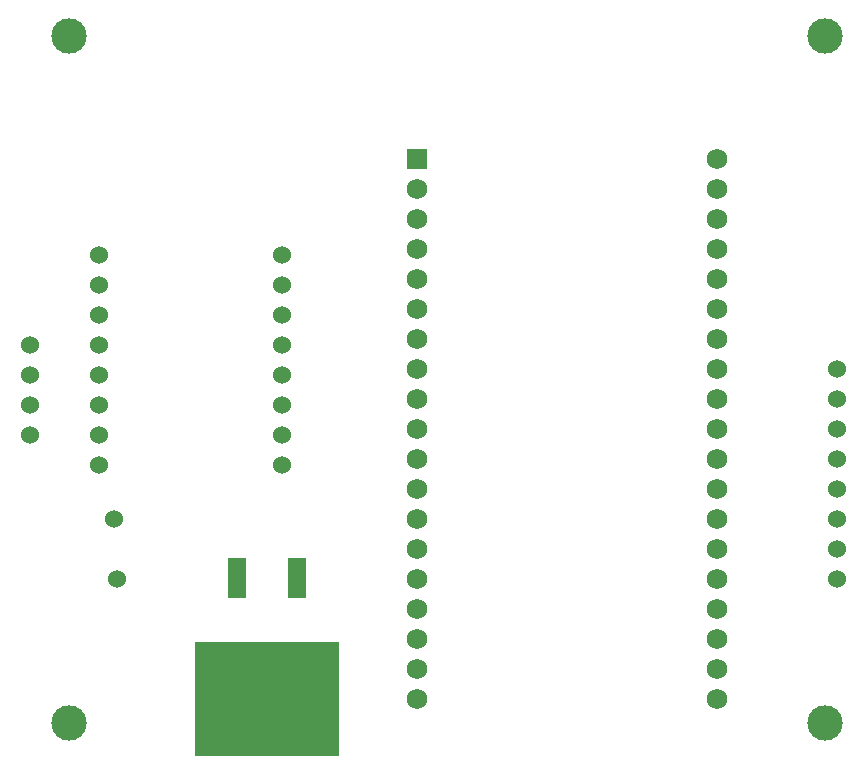
<source format=gts>
%TF.GenerationSoftware,KiCad,Pcbnew,7.0.8*%
%TF.CreationDate,2024-03-14T17:11:56+01:00*%
%TF.ProjectId,pendulo_invert,70656e64-756c-46f5-9f69-6e766572742e,rev?*%
%TF.SameCoordinates,Original*%
%TF.FileFunction,Soldermask,Top*%
%TF.FilePolarity,Negative*%
%FSLAX46Y46*%
G04 Gerber Fmt 4.6, Leading zero omitted, Abs format (unit mm)*
G04 Created by KiCad (PCBNEW 7.0.8) date 2024-03-14 17:11:56*
%MOMM*%
%LPD*%
G01*
G04 APERTURE LIST*
G04 Aperture macros list*
%AMRoundRect*
0 Rectangle with rounded corners*
0 $1 Rounding radius*
0 $2 $3 $4 $5 $6 $7 $8 $9 X,Y pos of 4 corners*
0 Add a 4 corners polygon primitive as box body*
4,1,4,$2,$3,$4,$5,$6,$7,$8,$9,$2,$3,0*
0 Add four circle primitives for the rounded corners*
1,1,$1+$1,$2,$3*
1,1,$1+$1,$4,$5*
1,1,$1+$1,$6,$7*
1,1,$1+$1,$8,$9*
0 Add four rect primitives between the rounded corners*
20,1,$1+$1,$2,$3,$4,$5,0*
20,1,$1+$1,$4,$5,$6,$7,0*
20,1,$1+$1,$6,$7,$8,$9,0*
20,1,$1+$1,$8,$9,$2,$3,0*%
G04 Aperture macros list end*
%ADD10C,1.524000*%
%ADD11RoundRect,0.102000X-0.765000X-0.765000X0.765000X-0.765000X0.765000X0.765000X-0.765000X0.765000X0*%
%ADD12C,1.734000*%
%ADD13C,3.000000*%
%ADD14R,1.600000X3.500000*%
%ADD15R,12.200000X9.750000*%
G04 APERTURE END LIST*
D10*
%TO.C,U1*%
X138430000Y-81788000D03*
X138430000Y-84328000D03*
X138430000Y-86868000D03*
X138430000Y-89408000D03*
X138430000Y-91948000D03*
X138430000Y-94488000D03*
X138430000Y-97028000D03*
X138430000Y-99568000D03*
X122930000Y-81788000D03*
X122930000Y-84328000D03*
X122930000Y-86868000D03*
X122930000Y-89408000D03*
X122930000Y-91948000D03*
X122930000Y-94488000D03*
X122930000Y-97028000D03*
X122930000Y-99568000D03*
%TD*%
%TO.C,J3*%
X117088000Y-91948000D03*
%TD*%
D11*
%TO.C,U2*%
X149860000Y-73660000D03*
D12*
X149860000Y-76200000D03*
X149860000Y-78740000D03*
X149860000Y-81280000D03*
X149860000Y-83820000D03*
X149860000Y-86360000D03*
X149860000Y-88900000D03*
X149860000Y-91440000D03*
X149860000Y-93980000D03*
X149860000Y-96520000D03*
X149860000Y-99060000D03*
X149860000Y-101600000D03*
X149860000Y-104140000D03*
X149860000Y-106680000D03*
X149860000Y-109220000D03*
X149860000Y-111760000D03*
X149860000Y-114300000D03*
X149860000Y-116840000D03*
X149860000Y-119380000D03*
X175260000Y-119380000D03*
X175260000Y-116840000D03*
X175260000Y-114300000D03*
X175260000Y-111760000D03*
X175260000Y-109220000D03*
X175260000Y-106680000D03*
X175260000Y-104140000D03*
X175260000Y-101600000D03*
X175260000Y-99060000D03*
X175260000Y-96520000D03*
X175260000Y-93980000D03*
X175260000Y-91440000D03*
X175260000Y-88900000D03*
X175260000Y-86360000D03*
X175260000Y-83820000D03*
X175260000Y-81280000D03*
X175260000Y-78740000D03*
X175260000Y-76200000D03*
X175260000Y-73660000D03*
%TD*%
D13*
%TO.C,H4*%
X184404000Y-121412000D03*
%TD*%
%TO.C,H3*%
X120396000Y-121412000D03*
%TD*%
D10*
%TO.C,J6*%
X124206000Y-104140000D03*
%TD*%
%TO.C,J4*%
X117088000Y-94488000D03*
%TD*%
D13*
%TO.C,H2*%
X184404000Y-63246000D03*
%TD*%
D10*
%TO.C,J2*%
X117088000Y-89408000D03*
%TD*%
%TO.C,J5*%
X117088000Y-97028000D03*
%TD*%
%TO.C,J1*%
X124460000Y-109220000D03*
%TD*%
D14*
%TO.C,U4*%
X139700000Y-109105000D03*
X134620000Y-109105000D03*
D15*
X137160000Y-119380000D03*
%TD*%
D13*
%TO.C,H1*%
X120396000Y-63246000D03*
%TD*%
D10*
%TO.C,U5*%
X185420000Y-91440000D03*
X185420000Y-93980000D03*
X185420000Y-96520000D03*
X185420000Y-99060000D03*
X185420000Y-101600000D03*
X185420000Y-104140000D03*
X185420000Y-106680000D03*
X185420000Y-109220000D03*
%TD*%
M02*

</source>
